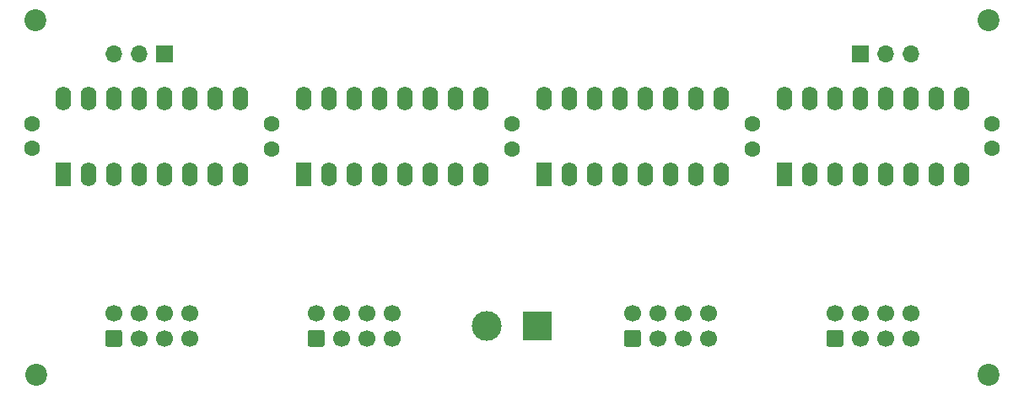
<source format=gbr>
%TF.GenerationSoftware,KiCad,Pcbnew,(5.1.7-0-10_14)*%
%TF.CreationDate,2020-10-19T14:39:56+02:00*%
%TF.ProjectId,32Bit shift register,33324269-7420-4736-9869-667420726567,rev?*%
%TF.SameCoordinates,Original*%
%TF.FileFunction,Soldermask,Bot*%
%TF.FilePolarity,Negative*%
%FSLAX46Y46*%
G04 Gerber Fmt 4.6, Leading zero omitted, Abs format (unit mm)*
G04 Created by KiCad (PCBNEW (5.1.7-0-10_14)) date 2020-10-19 14:39:56*
%MOMM*%
%LPD*%
G01*
G04 APERTURE LIST*
%ADD10C,2.200000*%
%ADD11R,3.000000X3.000000*%
%ADD12C,3.000000*%
%ADD13O,1.700000X1.700000*%
%ADD14R,1.700000X1.700000*%
%ADD15O,1.600000X2.400000*%
%ADD16R,1.600000X2.400000*%
%ADD17C,1.700000*%
%ADD18C,1.600000*%
G04 APERTURE END LIST*
D10*
%TO.C,REF\u002A\u002A*%
X58200000Y-41700000D03*
%TD*%
%TO.C,REF\u002A\u002A*%
X58250000Y-77300000D03*
%TD*%
%TO.C,REF\u002A\u002A*%
X153850000Y-77300000D03*
%TD*%
%TO.C,REF\u002A\u002A*%
X153850000Y-41700000D03*
%TD*%
D11*
%TO.C,J7*%
X108585000Y-72390000D03*
D12*
X103505000Y-72390000D03*
%TD*%
D13*
%TO.C,J2*%
X66040000Y-45085000D03*
X68580000Y-45085000D03*
D14*
X71120000Y-45085000D03*
%TD*%
D13*
%TO.C,J4*%
X146050000Y-45085000D03*
X143510000Y-45085000D03*
D14*
X140970000Y-45085000D03*
%TD*%
D15*
%TO.C,U4*%
X133350000Y-49530000D03*
X151130000Y-57150000D03*
X135890000Y-49530000D03*
X148590000Y-57150000D03*
X138430000Y-49530000D03*
X146050000Y-57150000D03*
X140970000Y-49530000D03*
X143510000Y-57150000D03*
X143510000Y-49530000D03*
X140970000Y-57150000D03*
X146050000Y-49530000D03*
X138430000Y-57150000D03*
X148590000Y-49530000D03*
X135890000Y-57150000D03*
X151130000Y-49530000D03*
D16*
X133350000Y-57150000D03*
%TD*%
D15*
%TO.C,U3*%
X109220000Y-49530000D03*
X127000000Y-57150000D03*
X111760000Y-49530000D03*
X124460000Y-57150000D03*
X114300000Y-49530000D03*
X121920000Y-57150000D03*
X116840000Y-49530000D03*
X119380000Y-57150000D03*
X119380000Y-49530000D03*
X116840000Y-57150000D03*
X121920000Y-49530000D03*
X114300000Y-57150000D03*
X124460000Y-49530000D03*
X111760000Y-57150000D03*
X127000000Y-49530000D03*
D16*
X109220000Y-57150000D03*
%TD*%
D15*
%TO.C,U2*%
X85090000Y-49530000D03*
X102870000Y-57150000D03*
X87630000Y-49530000D03*
X100330000Y-57150000D03*
X90170000Y-49530000D03*
X97790000Y-57150000D03*
X92710000Y-49530000D03*
X95250000Y-57150000D03*
X95250000Y-49530000D03*
X92710000Y-57150000D03*
X97790000Y-49530000D03*
X90170000Y-57150000D03*
X100330000Y-49530000D03*
X87630000Y-57150000D03*
X102870000Y-49530000D03*
D16*
X85090000Y-57150000D03*
%TD*%
D15*
%TO.C,U1*%
X60960000Y-49530000D03*
X78740000Y-57150000D03*
X63500000Y-49530000D03*
X76200000Y-57150000D03*
X66040000Y-49530000D03*
X73660000Y-57150000D03*
X68580000Y-49530000D03*
X71120000Y-57150000D03*
X71120000Y-49530000D03*
X68580000Y-57150000D03*
X73660000Y-49530000D03*
X66040000Y-57150000D03*
X76200000Y-49530000D03*
X63500000Y-57150000D03*
X78740000Y-49530000D03*
D16*
X60960000Y-57150000D03*
%TD*%
%TO.C,J6*%
G36*
G01*
X139030000Y-74510000D02*
X137830000Y-74510000D01*
G75*
G02*
X137580000Y-74260000I0J250000D01*
G01*
X137580000Y-73060000D01*
G75*
G02*
X137830000Y-72810000I250000J0D01*
G01*
X139030000Y-72810000D01*
G75*
G02*
X139280000Y-73060000I0J-250000D01*
G01*
X139280000Y-74260000D01*
G75*
G02*
X139030000Y-74510000I-250000J0D01*
G01*
G37*
D17*
X140970000Y-73660000D03*
X143510000Y-73660000D03*
X146050000Y-73660000D03*
X138430000Y-71120000D03*
X140970000Y-71120000D03*
X143510000Y-71120000D03*
X146050000Y-71120000D03*
%TD*%
%TO.C,J5*%
G36*
G01*
X118710000Y-74510000D02*
X117510000Y-74510000D01*
G75*
G02*
X117260000Y-74260000I0J250000D01*
G01*
X117260000Y-73060000D01*
G75*
G02*
X117510000Y-72810000I250000J0D01*
G01*
X118710000Y-72810000D01*
G75*
G02*
X118960000Y-73060000I0J-250000D01*
G01*
X118960000Y-74260000D01*
G75*
G02*
X118710000Y-74510000I-250000J0D01*
G01*
G37*
X120650000Y-73660000D03*
X123190000Y-73660000D03*
X125730000Y-73660000D03*
X118110000Y-71120000D03*
X120650000Y-71120000D03*
X123190000Y-71120000D03*
X125730000Y-71120000D03*
%TD*%
%TO.C,J3*%
X93980000Y-71120000D03*
X91440000Y-71120000D03*
X88900000Y-71120000D03*
X86360000Y-71120000D03*
X93980000Y-73660000D03*
X91440000Y-73660000D03*
X88900000Y-73660000D03*
G36*
G01*
X86960000Y-74510000D02*
X85760000Y-74510000D01*
G75*
G02*
X85510000Y-74260000I0J250000D01*
G01*
X85510000Y-73060000D01*
G75*
G02*
X85760000Y-72810000I250000J0D01*
G01*
X86960000Y-72810000D01*
G75*
G02*
X87210000Y-73060000I0J-250000D01*
G01*
X87210000Y-74260000D01*
G75*
G02*
X86960000Y-74510000I-250000J0D01*
G01*
G37*
%TD*%
%TO.C,J1*%
X73660000Y-71120000D03*
X71120000Y-71120000D03*
X68580000Y-71120000D03*
X66040000Y-71120000D03*
X73660000Y-73660000D03*
X71120000Y-73660000D03*
X68580000Y-73660000D03*
G36*
G01*
X66640000Y-74510000D02*
X65440000Y-74510000D01*
G75*
G02*
X65190000Y-74260000I0J250000D01*
G01*
X65190000Y-73060000D01*
G75*
G02*
X65440000Y-72810000I250000J0D01*
G01*
X66640000Y-72810000D01*
G75*
G02*
X66890000Y-73060000I0J-250000D01*
G01*
X66890000Y-74260000D01*
G75*
G02*
X66640000Y-74510000I-250000J0D01*
G01*
G37*
%TD*%
D18*
%TO.C,C5*%
X154178000Y-52070000D03*
X154178000Y-54570000D03*
%TD*%
%TO.C,C4*%
X130175000Y-52110000D03*
X130175000Y-54610000D03*
%TD*%
%TO.C,C3*%
X106045000Y-52110000D03*
X106045000Y-54610000D03*
%TD*%
%TO.C,C2*%
X81915000Y-54610000D03*
X81915000Y-52110000D03*
%TD*%
%TO.C,C1*%
X57873900Y-52070000D03*
X57873900Y-54570000D03*
%TD*%
M02*

</source>
